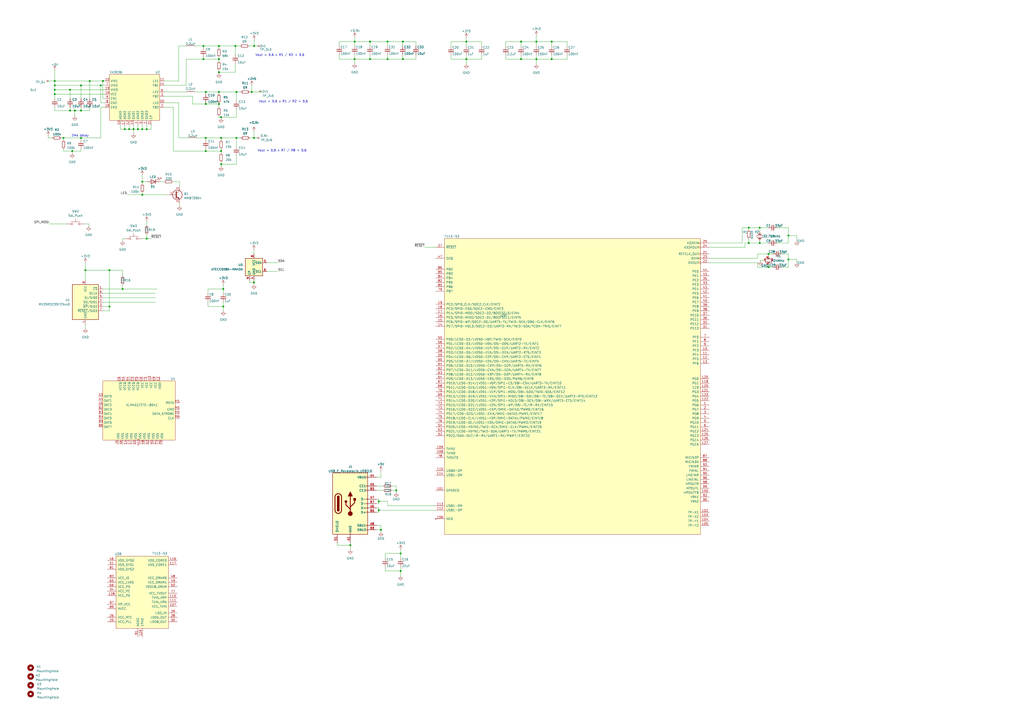
<source format=kicad_sch>
(kicad_sch (version 20231120) (generator "eeschema") (generator_version "8.0")
  (paper "A2")
  (junction (at 119.38 80.01))
  (junction (at 311.15 24.13))
  (junction (at 457.327 150.495))
  (junction (at 119.38 87.63))
  (junction (at 40.64 64.135))
  (junction (at 127 26.67))
  (junction (at 127 60.325))
  (junction (at 434.34 140.97))
  (junction (at 270.51 24.13))
  (junction (at 445.77 154.94))
  (junction (at 205.74 24.13))
  (junction (at 63.5 156.718))
  (junction (at 219.71 290.83))
  (junction (at 445.77 147.32))
  (junction (at 82.55 105.41))
  (junction (at 320.04 24.13))
  (junction (at 80.01 74.93))
  (junction (at 136.525 26.67))
  (junction (at 457.327 136.652))
  (junction (at 232.41 331.216))
  (junction (at 270.51 34.29))
  (junction (at 119.38 60.325))
  (junction (at 128.27 95.25))
  (junction (at 127 53.34))
  (junction (at 311.15 34.29))
  (junction (at 74.93 74.93))
  (junction (at 320.04 34.29))
  (junction (at 434.34 132.08))
  (junction (at 224.79 24.13))
  (junction (at 127 41.91))
  (junction (at 214.63 24.13))
  (junction (at 127 34.29))
  (junction (at 46.99 64.135))
  (junction (at 224.79 34.29))
  (junction (at 129.54 177.8))
  (junction (at 41.91 87.63))
  (junction (at 119.38 53.34))
  (junction (at 52.07 46.99))
  (junction (at 77.47 74.93))
  (junction (at 82.55 74.93))
  (junction (at 72.39 74.93))
  (junction (at 205.74 34.29))
  (junction (at 36.83 80.01))
  (junction (at 59.69 46.99))
  (junction (at 71.12 167.64))
  (junction (at 440.69 132.08))
  (junction (at 82.55 113.03))
  (junction (at 31.75 46.99))
  (junction (at 85.09 138.43))
  (junction (at 46.99 80.01))
  (junction (at 219.71 295.91))
  (junction (at 129.54 167.64))
  (junction (at 137.16 53.34))
  (junction (at 49.53 156.718))
  (junction (at 147.32 163.83))
  (junction (at 128.27 80.01))
  (junction (at 302.26 34.29))
  (junction (at 214.63 34.29))
  (junction (at 117.983 26.67))
  (junction (at 147.32 80.01))
  (junction (at 147.447 26.67))
  (junction (at 117.983 34.29))
  (junction (at 128.27 87.63))
  (junction (at 31.75 49.53))
  (junction (at 63.5 177.8))
  (junction (at 137.16 80.01))
  (junction (at 440.69 140.97))
  (junction (at 31.75 52.07))
  (junction (at 233.68 34.29))
  (junction (at 302.26 24.13))
  (junction (at 203.2 316.23))
  (junction (at 232.41 321.056))
  (junction (at 31.75 54.61))
  (junction (at 40.64 52.07))
  (junction (at 128.27 67.945))
  (junction (at 233.68 24.13))
  (junction (at 43.434 64.135))
  (junction (at 229.87 284.48))
  (junction (at 46.99 49.53))
  (junction (at 58.42 49.53))
  (junction (at 85.09 74.93))
  (junction (at 220.98 307.34))
  (junction (at 146.05 53.34))
  (no_connect (at 448.31 151.13))
  (wire (pts (xy 31.75 54.61) (xy 31.75 57.15)))
  (wire (pts (xy 232.41 321.056) (xy 232.41 323.85)))
  (wire (pts (xy 63.5 177.8) (xy 63.5 180.34)))
  (wire (pts (xy 232.41 331.216) (xy 232.41 334.01)))
  (wire (pts (xy 218.44 292.1) (xy 219.71 292.1)))
  (wire (pts (xy 439.42 152.4) (xy 439.42 154.94)))
  (wire (pts (xy 320.04 24.13) (xy 328.93 24.13)))
  (wire (pts (xy 73.66 113.03) (xy 82.55 113.03)))
  (wire (pts (xy 137.16 63.5) (xy 137.16 67.945)))
  (wire (pts (xy 434.34 138.43) (xy 434.34 140.97)))
  (wire (pts (xy 69.85 74.93) (xy 72.39 74.93)))
  (wire (pts (xy 195.58 314.96) (xy 195.58 316.23)))
  (wire (pts (xy 136.525 26.67) (xy 127 26.67)))
  (wire (pts (xy 128.27 86.36) (xy 128.27 87.63)))
  (wire (pts (xy 127 40.64) (xy 127 41.91)))
  (wire (pts (xy 119.38 53.34) (xy 119.38 54.61)))
  (wire (pts (xy 224.79 24.13) (xy 233.68 24.13)))
  (wire (pts (xy 147.32 144.78) (xy 147.32 147.32)))
  (wire (pts (xy 128.27 81.28) (xy 128.27 80.01)))
  (wire (pts (xy 46.99 49.53) (xy 46.99 57.15)))
  (wire (pts (xy 41.91 87.63) (xy 41.91 88.9)))
  (wire (pts (xy 92.71 105.41) (xy 95.25 105.41)))
  (wire (pts (xy 46.99 80.01) (xy 36.83 80.01)))
  (wire (pts (xy 219.71 289.56) (xy 219.71 290.83)))
  (wire (pts (xy 46.99 81.28) (xy 46.99 80.01)))
  (wire (pts (xy 52.07 46.99) (xy 59.69 46.99)))
  (wire (pts (xy 31.75 62.23) (xy 31.75 64.135)))
  (wire (pts (xy 72.39 72.39) (xy 72.39 74.93)))
  (wire (pts (xy 457.327 132.08) (xy 457.327 136.652)))
  (wire (pts (xy 129.54 175.26) (xy 129.54 177.8)))
  (wire (pts (xy 31.75 54.61) (xy 60.96 54.61)))
  (wire (pts (xy 147.447 26.67) (xy 150.241 26.67)))
  (wire (pts (xy 222.25 284.48) (xy 218.44 284.48)))
  (wire (pts (xy 214.63 24.13) (xy 214.63 26.67)))
  (wire (pts (xy 445.77 147.32) (xy 448.31 147.32)))
  (wire (pts (xy 152.019 53.34) (xy 152.019 52.959)))
  (wire (pts (xy 82.55 74.93) (xy 85.09 74.93)))
  (wire (pts (xy 31.75 49.53) (xy 46.99 49.53)))
  (wire (pts (xy 203.2 318.77) (xy 203.2 316.23)))
  (wire (pts (xy 82.55 101.6) (xy 82.55 105.41)))
  (wire (pts (xy 77.47 72.39) (xy 77.47 74.93)))
  (wire (pts (xy 59.69 177.8) (xy 63.5 177.8)))
  (wire (pts (xy 127 34.29) (xy 127 35.56)))
  (wire (pts (xy 270.51 21.844) (xy 270.51 24.13)))
  (wire (pts (xy 74.93 72.39) (xy 74.93 74.93)))
  (wire (pts (xy 453.39 147.32) (xy 457.327 147.32)))
  (wire (pts (xy 71.12 138.43) (xy 71.12 139.7)))
  (wire (pts (xy 85.09 128.27) (xy 85.09 130.81)))
  (wire (pts (xy 233.68 24.13) (xy 233.68 26.67)))
  (wire (pts (xy 144.78 162.56) (xy 144.78 163.83)))
  (wire (pts (xy 441.071 151.13) (xy 441.071 151.511)))
  (wire (pts (xy 137.16 85.09) (xy 137.16 80.01)))
  (wire (pts (xy 127 67.31) (xy 127 67.945)))
  (wire (pts (xy 27.94 80.01) (xy 27.94 78.74)))
  (wire (pts (xy 129.54 177.8) (xy 129.54 180.34)))
  (wire (pts (xy 28.575 129.921) (xy 38.735 129.921)))
  (wire (pts (xy 100.584 87.63) (xy 119.38 87.63)))
  (wire (pts (xy 439.42 154.94) (xy 445.77 154.94)))
  (wire (pts (xy 58.42 62.23) (xy 58.42 80.01)))
  (wire (pts (xy 439.42 147.32) (xy 439.42 149.86)))
  (wire (pts (xy 60.96 49.53) (xy 58.42 49.53)))
  (wire (pts (xy 114.3 80.01) (xy 119.38 80.01)))
  (wire (pts (xy 119.38 60.325) (xy 119.38 59.69)))
  (wire (pts (xy 82.55 111.76) (xy 82.55 113.03)))
  (wire (pts (xy 127 54.61) (xy 127 53.34)))
  (wire (pts (xy 302.26 24.13) (xy 302.26 26.924)))
  (wire (pts (xy 58.42 49.53) (xy 46.99 49.53)))
  (wire (pts (xy 144.78 163.83) (xy 147.32 163.83)))
  (wire (pts (xy 58.42 80.01) (xy 46.99 80.01)))
  (wire (pts (xy 100.584 87.63) (xy 100.584 62.23)))
  (wire (pts (xy 214.63 34.29) (xy 224.79 34.29)))
  (wire (pts (xy 49.53 187.96) (xy 49.53 190.5)))
  (wire (pts (xy 439.42 149.86) (xy 411.48 149.86)))
  (wire (pts (xy 214.63 34.29) (xy 214.63 31.75)))
  (wire (pts (xy 40.64 64.135) (xy 43.434 64.135)))
  (wire (pts (xy 129.54 167.64) (xy 129.54 170.18)))
  (wire (pts (xy 220.98 304.8) (xy 218.44 304.8)))
  (wire (pts (xy 59.69 167.64) (xy 71.12 167.64)))
  (wire (pts (xy 137.16 67.945) (xy 128.27 67.945)))
  (wire (pts (xy 127 67.945) (xy 128.27 67.945)))
  (wire (pts (xy 146.05 53.34) (xy 152.019 53.34)))
  (wire (pts (xy 31.75 46.99) (xy 31.75 49.53)))
  (wire (pts (xy 127 41.91) (xy 127 42.545)))
  (wire (pts (xy 127 60.325) (xy 127 62.23)))
  (wire (pts (xy 293.37 24.13) (xy 302.26 24.13)))
  (wire (pts (xy 59.69 172.72) (xy 90.17 172.72)))
  (wire (pts (xy 328.93 32.004) (xy 328.93 34.29)))
  (wire (pts (xy 103.759 26.67) (xy 107.95 26.67)))
  (wire (pts (xy 137.16 53.34) (xy 137.16 58.42)))
  (wire (pts (xy 302.26 34.29) (xy 311.15 34.29)))
  (wire (pts (xy 30.48 80.01) (xy 27.94 80.01)))
  (wire (pts (xy 107.95 49.53) (xy 107.95 34.29)))
  (wire (pts (xy 31.75 52.07) (xy 40.64 52.07)))
  (wire (pts (xy 36.83 80.01) (xy 36.83 81.28)))
  (wire (pts (xy 302.26 24.13) (xy 311.15 24.13)))
  (wire (pts (xy 457.327 136.652) (xy 457.327 140.97)))
  (wire (pts (xy 136.525 26.67) (xy 139.319 26.67)))
  (wire (pts (xy 127 59.69) (xy 127 60.325)))
  (wire (pts (xy 104.14 105.41) (xy 104.14 107.95)))
  (wire (pts (xy 80.01 72.39) (xy 80.01 74.93)))
  (wire (pts (xy 220.98 276.86) (xy 220.98 273.05)))
  (wire (pts (xy 31.75 46.99) (xy 52.07 46.99)))
  (wire (pts (xy 146.05 49.53) (xy 146.05 53.34)))
  (wire (pts (xy 195.58 316.23) (xy 203.2 316.23)))
  (wire (pts (xy 71.12 156.718) (xy 63.5 156.718)))
  (wire (pts (xy 127 33.02) (xy 127 34.29)))
  (wire (pts (xy 128.27 67.945) (xy 128.27 68.58)))
  (wire (pts (xy 82.55 113.03) (xy 96.52 113.03)))
  (wire (pts (xy 311.15 24.13) (xy 320.04 24.13)))
  (wire (pts (xy 450.85 140.97) (xy 457.327 140.97)))
  (wire (pts (xy 224.79 293.37) (xy 224.79 290.83)))
  (wire (pts (xy 49.53 156.718) (xy 63.5 156.718)))
  (wire (pts (xy 152.019 52.959) (xy 150.876 52.959)))
  (wire (pts (xy 222.25 281.94) (xy 218.44 281.94)))
  (wire (pts (xy 439.42 147.32) (xy 445.77 147.32)))
  (wire (pts (xy 113.03 26.67) (xy 117.983 26.67)))
  (wire (pts (xy 440.69 132.08) (xy 445.77 132.08)))
  (wire (pts (xy 120.65 175.26) (xy 120.65 177.8)))
  (wire (pts (xy 111.76 60.325) (xy 119.38 60.325)))
  (wire (pts (xy 95.25 55.88) (xy 111.76 55.88)))
  (wire (pts (xy 270.51 32.004) (xy 270.51 34.29)))
  (wire (pts (xy 434.34 132.08) (xy 434.34 133.35)))
  (wire (pts (xy 229.87 281.94) (xy 229.87 284.48)))
  (wire (pts (xy 127 60.325) (xy 119.38 60.325)))
  (wire (pts (xy 59.69 57.15) (xy 59.69 46.99)))
  (wire (pts (xy 232.41 318.77) (xy 232.41 321.056)))
  (wire (pts (xy 60.96 59.69) (xy 58.42 59.69)))
  (wire (pts (xy 241.3 34.29) (xy 241.3 31.75)))
  (wire (pts (xy 107.95 34.29) (xy 117.983 34.29)))
  (wire (pts (xy 74.93 74.93) (xy 77.47 74.93)))
  (wire (pts (xy 320.04 32.004) (xy 320.04 34.29)))
  (wire (pts (xy 119.38 80.01) (xy 119.38 81.28)))
  (wire (pts (xy 261.62 32.004) (xy 261.62 34.29)))
  (wire (pts (xy 127 53.34) (xy 137.16 53.34)))
  (wire (pts (xy 31.75 64.135) (xy 40.64 64.135)))
  (wire (pts (xy 311.15 24.13) (xy 311.15 26.924)))
  (wire (pts (xy 71.12 165.1) (xy 71.12 167.64)))
  (wire (pts (xy 293.37 26.924) (xy 293.37 24.13)))
  (wire (pts (xy 48.895 129.921) (xy 51.435 129.921)))
  (wire (pts (xy 95.25 59.69) (xy 103.759 59.69)))
  (wire (pts (xy 35.56 80.01) (xy 36.83 80.01)))
  (wire (pts (xy 100.33 105.41) (xy 104.14 105.41)))
  (wire (pts (xy 31.75 40.64) (xy 31.75 46.99)))
  (wire (pts (xy 205.74 24.13) (xy 205.74 26.67)))
  (wire (pts (xy 430.53 140.97) (xy 430.53 132.08)))
  (wire (pts (xy 154.94 157.48) (xy 161.29 157.48)))
  (wire (pts (xy 82.55 105.41) (xy 82.55 106.68)))
  (wire (pts (xy 205.74 24.13) (xy 214.63 24.13)))
  (wire (pts (xy 144.78 53.34) (xy 146.05 53.34)))
  (wire (pts (xy 49.53 156.718) (xy 49.53 162.56)))
  (wire (pts (xy 95.25 53.34) (xy 107.95 53.34)))
  (wire (pts (xy 40.64 52.07) (xy 40.64 57.15)))
  (wire (pts (xy 59.69 180.34) (xy 63.5 180.34)))
  (wire (pts (xy 311.15 34.29) (xy 320.04 34.29)))
  (wire (pts (xy 443.23 151.13) (xy 441.071 151.13)))
  (wire (pts (xy 320.04 26.924) (xy 320.04 24.13)))
  (wire (pts (xy 127 26.67) (xy 117.983 26.67)))
  (wire (pts (xy 69.85 72.39) (xy 69.85 74.93)))
  (wire (pts (xy 136.525 31.75) (xy 136.525 26.67)))
  (wire (pts (xy 119.38 80.01) (xy 128.27 80.01)))
  (wire (pts (xy 462.28 136.652) (xy 462.28 139.7)))
  (wire (pts (xy 113.03 53.34) (xy 119.38 53.34)))
  (wire (pts (xy 432.181 140.97) (xy 434.34 140.97)))
  (wire (pts (xy 196.85 31.75) (xy 196.85 34.29)))
  (wire (pts (xy 203.2 314.96) (xy 203.2 316.23)))
  (wire (pts (xy 31.75 52.07) (xy 31.75 54.61)))
  (wire (pts (xy 450.85 132.08) (xy 457.327 132.08)))
  (wire (pts (xy 120.65 177.8) (xy 129.54 177.8)))
  (wire (pts (xy 119.38 53.34) (xy 127 53.34)))
  (wire (pts (xy 119.38 87.63) (xy 128.27 87.63)))
  (wire (pts (xy 120.65 170.18) (xy 120.65 167.64)))
  (wire (pts (xy 434.34 140.97) (xy 440.69 140.97)))
  (wire (pts (xy 218.44 307.34) (xy 220.98 307.34)))
  (wire (pts (xy 60.96 57.15) (xy 59.69 57.15)))
  (wire (pts (xy 82.55 138.43) (xy 85.09 138.43)))
  (wire (pts (xy 40.64 62.23) (xy 40.64 64.135)))
  (wire (pts (xy 218.44 276.86) (xy 220.98 276.86)))
  (wire (pts (xy 85.09 105.41) (xy 82.55 105.41)))
  (wire (pts (xy 311.15 20.574) (xy 311.15 24.13)))
  (wire (pts (xy 46.99 62.23) (xy 46.99 64.135)))
  (wire (pts (xy 128.27 93.98) (xy 128.27 95.25)))
  (wire (pts (xy 51.435 129.921) (xy 51.435 131.191)))
  (wire (pts (xy 72.39 138.43) (xy 71.12 138.43)))
  (wire (pts (xy 49.53 152.4) (xy 49.53 156.718)))
  (wire (pts (xy 223.52 331.216) (xy 232.41 331.216)))
  (wire (pts (xy 147.447 23.114) (xy 147.447 26.67)))
  (wire (pts (xy 111.76 55.88) (xy 111.76 60.325)))
  (wire (pts (xy 233.68 34.29) (xy 241.3 34.29)))
  (wire (pts (xy 120.65 167.64) (xy 129.54 167.64)))
  (wire (pts (xy 77.47 74.93) (xy 80.01 74.93)))
  (wire (pts (xy 63.5 156.718) (xy 63.5 177.8)))
  (wire (pts (xy 224.79 31.75) (xy 224.79 34.29)))
  (wire (pts (xy 117.983 26.67) (xy 117.983 27.94)))
  (wire (pts (xy 137.16 53.34) (xy 139.7 53.34)))
  (wire (pts (xy 205.74 34.29) (xy 214.63 34.29)))
  (wire (pts (xy 87.63 74.93) (xy 87.63 72.39)))
  (wire (pts (xy 311.15 34.29) (xy 311.15 37.084)))
  (wire (pts (xy 85.09 138.43) (xy 87.63 138.43)))
  (wire (pts (xy 440.69 139.7) (xy 440.69 140.97)))
  (wire (pts (xy 136.525 36.83) (xy 136.525 41.91)))
  (wire (pts (xy 196.85 34.29) (xy 205.74 34.29)))
  (wire (pts (xy 445.77 147.32) (xy 445.77 148.59)))
  (wire (pts (xy 117.983 34.29) (xy 127 34.29)))
  (wire (pts (xy 227.33 284.48) (xy 229.87 284.48)))
  (wire (pts (xy 205.74 31.75) (xy 205.74 34.29)))
  (wire (pts (xy 95.25 49.53) (xy 107.95 49.53)))
  (wire (pts (xy 82.55 72.39) (xy 82.55 74.93)))
  (wire (pts (xy 147.447 26.67) (xy 144.399 26.67)))
  (wire (pts (xy 196.85 24.13) (xy 205.74 24.13)))
  (wire (pts (xy 137.16 90.17) (xy 137.16 95.25)))
  (wire (pts (xy 137.16 80.01) (xy 139.7 80.01)))
  (wire (pts (xy 36.83 87.63) (xy 41.91 87.63)))
  (wire (pts (xy 59.69 175.26) (xy 90.17 175.26)))
  (wire (pts (xy 224.79 24.13) (xy 224.79 26.67)))
  (wire (pts (xy 462.28 152.4) (xy 462.28 150.495)))
  (wire (pts (xy 462.28 150.495) (xy 457.327 150.495)))
  (wire (pts (xy 233.68 24.13) (xy 241.3 24.13)))
  (wire (pts (xy 434.34 132.08) (xy 440.69 132.08)))
  (wire (pts (xy 219.71 295.91) (xy 252.73 295.91)))
  (wire (pts (xy 147.32 163.83) (xy 147.32 165.1)))
  (wire (pts (xy 71.12 160.02) (xy 71.12 156.718)))
  (wire (pts (xy 246.38 143.51) (xy 252.73 143.51)))
  (wire (pts (xy 144.78 80.01) (xy 147.32 80.01)))
  (wire (pts (xy 43.434 64.135) (xy 46.99 64.135)))
  (wire (pts (xy 293.37 32.004) (xy 293.37 34.29)))
  (wire (pts (xy 43.434 64.135) (xy 43.434 67.31)))
  (wire (pts (xy 328.93 24.13) (xy 328.93 26.924)))
  (wire (pts (xy 227.33 281.94) (xy 229.87 281.94)))
  (wire (pts (xy 457.327 154.94) (xy 453.39 154.94)))
  (wire (pts (xy 58.42 59.69) (xy 58.42 49.53)))
  (wire (pts (xy 205.74 34.29) (xy 205.74 36.83)))
  (wire (pts (xy 85.09 74.93) (xy 87.63 74.93)))
  (wire (pts (xy 261.62 26.924) (xy 261.62 24.13)))
  (wire (pts (xy 137.16 95.25) (xy 128.27 95.25)))
  (wire (pts (xy 85.09 72.39) (xy 85.09 74.93)))
  (wire (pts (xy 224.79 34.29) (xy 233.68 34.29)))
  (wire (pts (xy 270.51 24.13) (xy 279.4 24.13)))
  (wire (pts (xy 302.26 32.004) (xy 302.26 34.29)))
  (wire (pts (xy 293.37 34.29) (xy 302.26 34.29)))
  (wire (pts (xy 36.83 86.36) (xy 36.83 87.63)))
  (wire (pts (xy 40.64 52.07) (xy 60.96 52.07)))
  (wire (pts (xy 46.99 87.63) (xy 46.99 86.36)))
  (wire (pts (xy 147.32 80.01) (xy 149.86 80.01)))
  (wire (pts (xy 457.327 136.652) (xy 462.28 136.652)))
  (wire (pts (xy 27.559 46.99) (xy 31.75 46.99)))
  (wire (pts (xy 214.63 24.13) (xy 224.79 24.13)))
  (wire (pts (xy 219.71 294.64) (xy 219.71 295.91)))
  (wire (pts (xy 59.69 170.18) (xy 90.17 170.18)))
  (wire (pts (xy 103.759 26.67) (xy 103.759 46.99)))
  (wire (pts (xy 220.98 308.61) (xy 220.98 307.34)))
  (wire (pts (xy 60.96 62.23) (xy 58.42 62.23)))
  (wire (pts (xy 137.16 80.01) (xy 128.27 80.01)))
  (wire (pts (xy 80.01 74.93) (xy 82.55 74.93)))
  (wire (pts (xy 411.48 143.51) (xy 432.181 143.51)))
  (wire (pts (xy 223.52 328.93) (xy 223.52 331.216)))
  (wire (pts (xy 218.44 294.64) (xy 219.71 294.64)))
  (wire (pts (xy 196.85 26.67) (xy 196.85 24.13)))
  (wire (pts (xy 117.983 33.02) (xy 117.983 34.29)))
  (wire (pts (xy 233.68 34.29) (xy 233.68 31.75)))
  (wire (pts (xy 440.69 132.08) (xy 440.69 134.62)))
  (wire (pts (xy 100.584 62.23) (xy 95.25 62.23)))
  (wire (pts (xy 457.327 150.495) (xy 457.327 154.94)))
  (wire (pts (xy 136.525 41.91) (xy 127 41.91)))
  (wire (pts (xy 128.27 95.25) (xy 128.27 96.52)))
  (wire (pts (xy 457.327 147.32) (xy 457.327 150.495)))
  (wire (pts (xy 147.32 76.2) (xy 147.32 80.01)))
  (wire (pts (xy 311.15 34.29) (xy 311.15 32.004)))
  (wire (pts (xy 52.07 64.135) (xy 52.07 62.23)))
  (wire (pts (xy 46.99 64.135) (xy 52.07 64.135)))
  (wire (pts (xy 59.69 46.99) (xy 60.96 46.99)))
  (wire (pts (xy 71.12 167.64) (xy 91.186 167.64)))
  (wire (pts (xy 430.53 132.08) (xy 434.34 132.08)))
  (wire (pts (xy 85.09 135.89) (xy 85.09 138.43)))
  (wire (pts (xy 52.07 46.99) (xy 52.07 57.15)))
  (wire (pts (xy 104.14 118.11) (xy 104.14 119.38)))
  (wire (pts (xy 218.44 297.18) (xy 219.71 297.18)))
  (wire (pts (xy 232.41 328.93) (xy 232.41 331.216)))
  (wire (pts (xy 103.759 59.69) (xy 103.759 80.01)))
  (wire (pts (xy 261.62 24.13) (xy 270.51 24.13)))
  (wire (pts (xy 432.181 143.51) (xy 432.181 140.97)))
  (wire (pts (xy 411.48 152.4) (xy 439.42 152.4)))
  (wire (pts (xy 223.52 321.056) (xy 232.41 321.056)))
  (wire (pts (xy 103.759 80.01) (xy 109.22 80.01)))
  (wire (pts (xy 445.77 154.94) (xy 448.31 154.94)))
  (wire (pts (xy 128.27 87.63) (xy 128.27 88.9)))
  (wire (pts (xy 219.71 295.91) (xy 219.71 297.18)))
  (wire (pts (xy 220.98 304.8) (xy 220.98 307.34)))
  (wire (pts (xy 279.4 34.29) (xy 279.4 32.004)))
  (wire (pts (xy 219.71 290.83) (xy 219.71 292.1)))
  (wire (pts (xy 103.759 46.99) (xy 95.25 46.99)))
  (wire (pts (xy 41.91 87.63) (xy 46.99 87.63)))
  (wire (pts (xy 270.51 34.29) (xy 270.51 37.084)))
  (wire (pts (xy 72.39 74.93) (xy 74.93 74.93)))
  (wire (pts (xy 279.4 24.13) (xy 279.4 26.924)))
  (wire (pts (xy 205.74 21.59) (xy 205.74 24.13)))
  (wire (pts (xy 147.32 162.56) (xy 147.32 163.83)))
  (wire (pts (xy 252.73 293.37) (xy 224.79 293.37)))
  (wire (pts (xy 31.75 49.53) (xy 31.75 52.07)))
  (wire (pts (xy 218.44 289.56) (xy 219.71 289.56)))
  (wire (pts (xy 223.52 323.85) (xy 223.52 321.056)))
  (wire (pts (xy 241.3 24.13) (xy 241.3 26.67)))
  (wire (pts (xy 154.94 152.4) (xy 161.29 152.4)))
  (wire (pts (xy 445.77 140.97) (xy 440.69 140.97)))
  (wire (pts (xy 129.54 165.1) (xy 129.54 167.64)))
  (wire (pts (xy 270.51 24.13) (xy 270.51 26.924)))
  (wire (pts (xy 445.77 153.67) (xy 445.77 154.94)))
  (wire (pts (xy 411.48 140.97) (xy 430.53 140.97)))
  (wire (pts (xy 229.87 285.75) (xy 229.87 284.48)))
  (wire (pts (xy 224.79 290.83) (xy 219.71 290.83)))
  (wire (pts (xy 270.51 34.29) (xy 279.4 34.29)))
  (wire (pts (xy 77.47 74.93) (xy 77.47 77.47)))
  (wire (pts (xy 127 27.94) (xy 127 26.67)))
  (wire (pts (xy 119.38 87.63) (xy 119.38 86.36)))
  (wire (pts (xy 320.04 34.29) (xy 328.93 34.29)))
  (wire (pts (xy 261.62 34.29) (xy 270.51 34.29)))
  (text "Vout = 0.6 x R7 / R8 + 0.6" (at 149.352 88.138 0) (effects (font (size 1.27 1.27)) (justify left bottom)))
  (text "2ms delay" (at 41.402 79.502 0) (effects (font (size 1.27 1.27)) (justify left bottom)))
  (text "Vout = 0.6 x R1 / R2 + 0.6" (at 150.114 59.69 0) (effects (font (size 1.27 1.27)) (justify left bottom)))
  (text "Vout = 0.6 x R1 / R2 + 0.6" (at 148.082 32.766 0) (effects (font (size 1.27 1.27)) (justify left bottom)))
  (label "SCL" (at 161.29 157.48 0))
  (label "SPI_MOSI" (at 28.575 129.921 180))
  (label "SDA" (at 161.29 152.4 0))
  (label "LED" (at 73.66 113.03 180))
  (label "~{RESET}" (at 87.63 138.43 0))
  (label "~{RESET}" (at 246.38 143.51 180))
  (symbol (lib_id "Device:R_Small") (at 128.27 91.44 0) (unit 1)
    (property "Reference" "R8" (at 130.81 90.1699 0) (effects (justify left)))
    (property "Value" "20k" (at 130.81 92.7099 0) (effects (justify left)))
    (property "Footprint" "Resistor_SMD:R_0402_1005Metric" (effects (hide yes)))
  )
  (symbol (lib_id "Device:R_Small") (at 128.27 83.82 0) (unit 1)
    (property "Reference" "R7" (at 130.81 82.5499 0) (effects (justify left)))
    (property "Value" "10k" (at 130.81 85.0899 0) (effects (justify left)))
    (property "Footprint" "Resistor_SMD:R_0402_1005Metric" (effects (hide yes)))
  )
  (symbol (lib_id "Device:L_Small") (at 111.76 80.01 90) (unit 1)
    (property "Reference" "L3" (at 111.76 76.2 90))
    (property "Value" "2.2uH" (at 111.76 78.74 90))
    (property "Footprint" "Inductor_SMD:L_0805_2012Metric" (effects (hide yes)))
    (property "LCSC" "C1043" (effects (hide yes)))
  )
  (symbol (lib_id "power:GND") (at 270.51 37.084 0) (unit 1)
    (property "Reference" "#PWR033" (effects (hide yes)))
    (property "Value" "GND" (at 270.51 42.164 0))
  )
  (symbol (lib_id "power:+3V3") (at 49.53 152.4 0) (unit 1)
    (property "Reference" "#PWR029" (effects (hide yes)))
    (property "Value" "+3V3" (at 49.53 148.59 0))
  )
  (symbol (lib_id "power:GND") (at 49.53 190.5 0) (unit 1)
    (property "Reference" "#PWR030" (effects (hide yes)))
    (property "Value" "GND" (at 49.53 195.58 0))
  )
  (symbol (lib_id "Device:C_Small") (at 233.68 29.21 0) (unit 1)
    (property "Reference" "C32" (at 234.315 27.305 0) (effects (justify left)))
    (property "Value" "100nF" (at 234.315 31.115 0) (effects (justify left)))
    (property "Footprint" "Capacitor_SMD:C_0402_1005Metric" (effects (hide yes)))
    (property "LCSC" "C307331" (effects (hide yes)))
  )
  (symbol (lib_id "Switch:SW_Push") (at 77.47 138.43 0) (unit 1)
    (property "Reference" "SW3" (at 77.47 131.064 0))
    (property "Value" "SW_Push" (at 77.47 133.604 0))
    (property "Footprint" "Button_Switch_SMD:SW_Push_1P1T_XKB_TS-1187A" (effects (hide yes)))
    (property "LCSC" "C318884" (effects (hide yes)))
  )
  (symbol (lib_id "Device:C_Small") (at 293.37 29.464 0) (unit 1)
    (property "Reference" "C23" (at 294.005 27.559 0) (effects (justify left)))
    (property "Value" "2.2uF" (at 294.005 31.369 0) (effects (justify left)))
    (property "Footprint" "Capacitor_SMD:C_0402_1005Metric" (effects (hide yes)))
    (property "LCSC" "C12530" (effects (hide yes)))
  )
  (symbol (lib_id "power:GND") (at 129.54 180.34 0) (unit 1)
    (property "Reference" "#PWR010" (effects (hide yes)))
    (property "Value" "GND" (at 129.54 185.42 0))
  )
  (symbol (lib_id "Device:C_Small") (at 450.85 147.32 90) (unit 1)
    (property "Reference" "C28" (at 449.707 146.05 90) (effects (justify left)))
    (property "Value" "33pF" (at 456.819 146.05 90) (effects (justify left)))
    (property "Footprint" "Capacitor_SMD:C_0402_1005Metric" (effects (hide yes)))
    (property "LCSC" "C1562" (effects (hide yes)))
  )
  (symbol (lib_id "power:GND") (at 229.87 285.75 0) (unit 1)
    (property "Reference" "#PWR038" (effects (hide yes)))
    (property "Value" "GND" (at 229.87 289.56 0))
  )
  (symbol (lib_id "Device:C_Small") (at 119.38 83.82 0) (unit 1)
    (property "Reference" "C11" (at 120.65 81.915 0) (effects (justify left)))
    (property "Value" "100nF" (at 120.65 85.725 0) (effects (justify left)))
    (property "Footprint" "Capacitor_SMD:C_0402_1005Metric" (effects (hide yes)))
    (property "LCSC" "C307331" (effects (hide yes)))
  )
  (symbol (lib_id "power:GND") (at 147.32 165.1 0) (unit 1)
    (property "Reference" "#PWR07" (effects (hide yes)))
    (property "Value" "GND" (at 147.32 170.18 0))
  )
  (symbol (lib_id "Device:R_Small") (at 434.34 135.89 0) (unit 1)
    (property "Reference" "R1" (at 430.911 134.62 0) (effects (justify left)))
    (property "Value" "640K" (at 436.1434 138.557 90) (effects (justify left)))
    (property "Footprint" "Resistor_SMD:R_0402_1005Metric" (effects (hide yes)))
    (property "LCSC" "C25756" (effects (hide yes)))
  )
  (symbol (lib_id "Connector:TestPoint_Small") (at 27.559 46.99 0) (unit 1)
    (property "Reference" "5v1" (at 17.526 52.197 0) (effects (justify left)))
    (property "Value" "TP_5v" (at 20.574 47.625 0) (effects (justify left)))
    (property "Footprint" "TestPoint:TestPoint_Pad_D1.0mm" (effects (hide yes)))
  )
  (symbol (lib_id "power:GND") (at 71.12 139.7 0) (unit 1)
    (property "Reference" "#PWR037" (effects (hide yes)))
    (property "Value" "GND" (at 71.12 144.78 0))
  )
  (symbol (lib_id "power:GND") (at 462.28 152.4 0) (unit 1)
    (property "Reference" "#PWR049" (effects (hide yes)))
    (property "Value" "GND" (at 464.566 152.4 0))
  )
  (symbol (lib_id "Device:R_Small") (at 127 57.15 0) (unit 1)
    (property "Reference" "R5" (at 129.54 56.515 0) (effects (justify left)))
    (property "Value" "47k" (at 129.54 59.055 0) (effects (justify left)))
    (property "Footprint" "Resistor_SMD:R_0402_1005Metric" (effects (hide yes)))
    (property "LCSC" "C25792" (effects (hide yes)))
  )
  (symbol (lib_id "power:GND") (at 203.2 318.77 0) (unit 1)
    (property "Reference" "#PWR031" (effects (hide yes)))
    (property "Value" "GND" (at 203.2 323.85 0))
  )
  (symbol (lib_id "Device:R_Small") (at 224.79 281.94 90) (unit 1)
    (property "Reference" "R17" (at 225.044 280.416 90))
    (property "Value" "10k" (at 225.044 281.94 90))
    (property "Footprint" "Resistor_SMD:R_0402_1005Metric" (effects (hide yes)))
    (property "LCSC" "C25744" (effects (hide yes)))
  )
  (symbol (lib_id "power:GND") (at 43.434 67.31 0) (unit 1)
    (property "Reference" "#PWR04" (effects (hide yes)))
    (property "Value" "GND" (at 43.434 72.39 0))
  )
  (symbol (lib_id "power:+3V3") (at 311.15 20.574 0) (unit 1)
    (property "Reference" "#PWR041" (effects (hide yes)))
    (property "Value" "+3V3" (at 311.15 16.764 0))
  )
  (symbol (lib_id "Device:C_Small") (at 136.525 34.29 0) (unit 1)
    (property "Reference" "C12" (at 137.795 32.385 0) (effects (justify left)))
    (property "Value" "10uF" (at 137.795 36.195 0) (effects (justify left)))
    (property "Footprint" "Capacitor_SMD:C_0402_1005Metric" (effects (hide yes)))
    (property "LCSC" "C15525" (effects (hide yes)))
  )
  (symbol (lib_id "Device:R_Small") (at 97.79 105.41 270) (mirror x) (unit 1)
    (property "Reference" "R15" (at 97.79 101.092 90))
    (property "Value" "330" (at 97.79 103.632 90))
    (property "Footprint" "Resistor_SMD:R_0402_1005Metric" (effects (hide yes)))
    (property "LCSC" "C25104" (effects (hide yes)))
  )
  (symbol (lib_id "Connector:TestPoint_Small") (at 149.86 80.01 0) (unit 1)
    (property "Reference" "0.9v" (at 151.13 78.7399 0) (effects (justify left)))
    (property "Value" "TP_0v9" (at 151.13 81.2799 0) (effects (justify left)))
    (property "Footprint" "TestPoint:TestPoint_Pad_D1.0mm" (effects (hide yes)))
  )
  (symbol (lib_id "power:+3V3") (at 27.94 78.74 0) (unit 1)
    (property "Reference" "#PWR02" (effects (hide yes)))
    (property "Value" "+3V3" (at 27.94 74.93 0))
  )
  (symbol (lib_id "power:GND") (at 441.071 151.511 0) (unit 1)
    (property "Reference" "#PWR045" (effects (hide yes)))
    (property "Value" "GND" (at 443.611 154.051 0))
  )
  (symbol (lib_id "Device:C_Small") (at 279.4 29.464 0) (unit 1)
    (property "Reference" "C22" (at 280.035 27.559 0) (effects (justify left)))
    (property "Value" "1uF" (at 280.035 31.369 0) (effects (justify left)))
    (property "Footprint" "Capacitor_SMD:C_0402_1005Metric" (effects (hide yes)))
    (property "LCSC" "C52923" (effects (hide yes)))
  )
  (symbol (lib_id "power:GND") (at 220.98 308.61 0) (unit 1)
    (property "Reference" "#PWR035" (effects (hide yes)))
    (property "Value" "GND" (at 220.98 312.42 0))
  )
  (symbol (lib_id "Device:R_Small") (at 82.55 109.22 0) (mirror x) (unit 1)
    (property "Reference" "R14" (at 80.772 108.585 0) (effects (justify right)))
    (property "Value" "100k" (at 80.772 111.125 0) (effects (justify right)))
    (property "Footprint" "Resistor_SMD:R_0402_1005Metric" (effects (hide yes)))
    (property "LCSC" "C25741" (effects (hide yes)))
  )
  (symbol (lib_id "Device:C_Small") (at 450.85 154.94 90) (unit 1)
    (property "Reference" "C29" (at 449.961 153.797 90) (effects (justify left)))
    (property "Value" "33pF" (at 456.565 153.797 90) (effects (justify left)))
    (property "Footprint" "Capacitor_SMD:C_0402_1005Metric" (effects (hide yes)))
    (property "LCSC" "C1562" (effects (hide yes)))
  )
  (symbol (lib_id "power:+3V3") (at 232.41 318.77 0) (unit 1)
    (property "Reference" "#PWR023" (effects (hide yes)))
    (property "Value" "+3V3" (at 232.41 314.96 0))
  )
  (symbol (lib_id "Switch:SW_Push") (at 43.815 129.921 0) (unit 1)
    (property "Reference" "SW2" (at 43.815 122.555 0))
    (property "Value" "SW_Push" (at 43.815 125.095 0))
    (property "Footprint" "Button_Switch_SMD:SW_Push_1P1T_XKB_TS-1187A" (effects (hide yes)))
    (property "LCSC" "C318884" (effects (hide yes)))
  )
  (symbol (lib_id "power:GND") (at 232.41 334.01 0) (unit 1)
    (property "Reference" "#PWR024" (effects (hide yes)))
    (property "Value" "GND" (at 232.41 339.09 0))
  )
  (symbol (lib_id "Device:R_Small") (at 33.02 80.01 270) (mirror x) (unit 1)
    (property "Reference" "R2" (at 33.02 75.3364 90))
    (property "Value" "100k" (at 33.02 77.8764 90))
    (property "Footprint" "Resistor_SMD:R_0402_1005Metric" (effects (hide yes)))
    (property "LCSC" "C25741" (effects (hide yes)))
  )
  (symbol (lib_id "Device:R_Small") (at 36.83 83.82 0) (mirror y) (unit 1)
    (property "Reference" "R9" (at 38.7604 83.185 0) (effects (justify right)))
    (property "Value" "150k" (at 38.7604 85.725 0) (effects (justify right)))
    (property "Footprint" "Resistor_SMD:R_0402_1005Metric" (effects (hide yes)))
  )
  (symbol (lib_id "Memory_Flash:MX25R3235FZNxx0") (at 49.53 175.26 0) (mirror y) (unit 1)
    (property "Reference" "U1" (at 40.64 173.9899 0) (effects (justify left)))
    (property "Value" "MX25R3235FZNxx0" (at 40.64 176.5299 0) (effects (justify left)))
    (property "Footprint" "Package_SON:WSON-8-1EP_6x5mm_P1.27mm_EP3.4x4mm" (effects (hide yes)))
    (property "Datasheet" "http://www.macronix.com/Lists/Datasheet/Attachments/7534/MX25R3235F,%20Wide%20Range,%2032Mb,%20v1.6.pdf" (effects (hide yes)))
    (property "Description" "32-Mbit, Wide Range Voltage SPI Serial Flash Memory, WSON-8" (effects (hide yes)))
    (property "LCSC" "C88868" (effects (hide yes)))
  )
  (symbol (lib_id "Mechanical:MountingHole") (at 17.78 392.43 0) (unit 1)
    (property "Reference" "H2" (at 20.574 391.795 0) (effects (justify left)))
    (property "Value" "MountingHole" (at 20.574 394.335 0) (effects (justify left)))
    (property "Footprint" "MountingHole:MountingHole_2.7mm_M2.5" (effects (hide yes)))
  )
  (symbol (lib_id "Device:L_Small") (at 110.49 26.67 90) (unit 1)
    (property "Reference" "L1" (at 110.49 22.86 90))
    (property "Value" "2.2uH" (at 110.49 25.4 90))
    (property "Footprint" "Inductor_SMD:L_0805_2012Metric" (effects (hide yes)))
    (property "LCSC" "C1043" (effects (hide yes)))
  )
  (symbol (lib_id "Device:C_Small") (at 52.07 59.69 0) (unit 1)
    (property "Reference" "C5" (at 53.34 57.785 0) (effects (justify left)))
    (property "Value" "10uF" (at 53.34 61.595 0) (effects (justify left)))
    (property "Footprint" "Capacitor_SMD:C_0402_1005Metric" (effects (hide yes)))
    (property "LCSC" "C15525" (effects (hide yes)))
  )
  (symbol (lib_id "power:GND") (at 311.15 37.084 0) (unit 1)
    (property "Reference" "#PWR042" (effects (hide yes)))
    (property "Value" "GND" (at 311.15 42.164 0))
  )
  (symbol (lib_id "Device:C_Small") (at 31.75 59.69 0) (unit 1)
    (property "Reference" "C2" (at 33.02 57.785 0) (effects (justify left)))
    (property "Value" "10uF" (at 33.02 61.595 0) (effects (justify left)))
    (property "Footprint" "Capacitor_SMD:C_0402_1005Metric" (effects (hide yes)))
    (property "LCSC" "C15525" (effects (hide yes)))
  )
  (symbol (lib_id "Device:C_Small") (at 205.74 29.21 0) (unit 1)
    (property "Reference" "C18" (at 206.375 27.305 0) (effects (justify left)))
    (property "Value" "100nF" (at 206.375 31.115 0) (effects (justify left)))
    (property "Footprint" "Capacitor_SMD:C_0402_1005Metric" (effects (hide yes)))
    (property "LCSC" "C307331" (effects (hide yes)))
  )
  (symbol (lib_id "Device:C_Small") (at 40.64 59.69 0) (unit 1)
    (property "Reference" "C3" (at 41.91 57.785 0) (effects (justify left)))
    (property "Value" "10uF" (at 41.91 61.595 0) (effects (justify left)))
    (property "Footprint" "Capacitor_SMD:C_0402_1005Metric" (effects (hide yes)))
    (property "LCSC" "C15525" (effects (hide yes)))
  )
  (symbol (lib_id "Device:L_Small") (at 110.49 53.34 90) (unit 1)
    (property "Reference" "L2" (at 110.49 48.895 90))
    (property "Value" "2.2uH" (at 110.49 51.435 90))
    (property "Footprint" "Inductor_SMD:L_0805_2012Metric" (effects (hide yes)))
    (property "LCSC" "C1043" (effects (hide yes)))
  )
  (symbol (lib_id "Mechanical:MountingHole") (at 17.78 402.59 0) (unit 1)
    (property "Reference" "H4" (at 21.336 401.955 0) (effects (justify left)))
    (property "Value" "MountingHole" (at 21.336 404.495 0) (effects (justify left)))
    (property "Footprint" "MountingHole:MountingHole_2.7mm_M2.5" (effects (hide yes)))
  )
  (symbol (lib_id "power:+3V3") (at 147.32 144.78 0) (unit 1)
    (property "Reference" "#PWR06" (effects (hide yes)))
    (property "Value" "+3V3" (at 147.32 140.97 0))
  )
  (symbol (lib_id "Device:R_Small") (at 141.859 26.67 90) (unit 1)
    (property "Reference" "R12" (at 141.859 21.59 90))
    (property "Value" "0R" (at 141.859 24.13 90))
    (property "Footprint" "Resistor_SMD:R_0402_1005Metric" (effects (hide yes)))
    (property "LCSC" "C17168" (effects (hide yes)))
  )
  (symbol (lib_id "Device:C_Small") (at 448.31 140.97 90) (unit 1)
    (property "Reference" "C6" (at 447.167 139.7 90) (effects (justify left)))
    (property "Value" "33pF" (at 454.279 139.7 90) (effects (justify left)))
    (property "Footprint" "Capacitor_SMD:C_0402_1005Metric" (effects (hide yes)))
    (property "LCSC" "C1562" (effects (hide yes)))
  )
  (symbol (lib_name "T113-S3_1") (lib_id "t113-s3:T113-S3") (at 306.07 198.12 0) (unit 1)
    (property "Reference" "U3" (at 292.1 182.88 0))
    (property "Value" "T113-S3" (at 262.128 137.16 0))
    (property "Footprint" "imliubo-nightly:QFN-88_EP_10x10_Pitch0.4mm" (effects (hide yes)))
    (property "LCSC" "C5197687" (effects (hide yes)))
  )
  (symbol (lib_id "Device:C_Small") (at 117.983 30.48 0) (unit 1)
    (property "Reference" "C9" (at 119.253 28.575 0) (effects (justify left)))
    (property "Value" "100nF" (at 119.253 32.385 0) (effects (justify left)))
    (property "Footprint" "Capacitor_SMD:C_0402_1005Metric" (effects (hide yes)))
    (property "LCSC" "C307331" (effects (hide yes)))
  )
  (symbol (lib_id "Mechanical:MountingHole") (at 17.78 397.51 0) (unit 1)
    (property "Reference" "H3" (at 21.336 396.875 0) (effects (justify left)))
    (property "Value" "MountingHole" (at 21.336 399.415 0) (effects (justify left)))
    (property "Footprint" "MountingHole:MountingHole_2.7mm_M2.5" (effects (hide yes)))
  )
  (symbol (lib_id "Device:Crystal_GND24_Small") (at 445.77 151.13 90) (unit 1)
    (property "Reference" "Y1" (at 451.866 148.6917 90))
    (property "Value" "24MHz" (at 451.866 151.2317 90))
    (property "Footprint" "Crystal:Crystal_SMD_SeikoEpson_TSX3225-4Pin_3.2x2.5mm" (effects (hide yes)))
    (property "LCSC" "C15643" (effects (hide yes)))
  )
  (symbol (lib_id "Connector:USB_C_Receptacle_USB2.0") (at 203.2 292.1 0) (unit 1)
    (property "Reference" "J1" (at 203.2 270.764 0))
    (property "Value" "USB_C_Receptacle_USB2.0" (at 203.2 273.304 0))
    (property "Footprint" "Connector_USB:USB_C_Receptacle_GT-USB-7010" (effects (hide yes)))
    (property "Datasheet" "https://www.usb.org/sites/default/files/documents/usb_type-c.zip" (effects (hide yes)))
    (property "LCSC" "C963370" (effects (hide yes)))
  )
  (symbol (lib_id "Device:C_Small") (at 129.54 172.72 0) (unit 1)
    (property "Reference" "C30" (at 130.175 170.815 0) (effects (justify left)))
    (property "Value" "1uF" (at 130.175 174.625 0) (effects (justify left)))
    (property "Footprint" "Capacitor_SMD:C_0402_1005Metric" (effects (hide yes)))
    (property "LCSC" "C52923" (effects (hide yes)))
  )
  (symbol (lib_id "Device:C_Small") (at 270.51 29.464 0) (unit 1)
    (property "Reference" "C21" (at 271.145 27.559 0) (effects (justify left)))
    (property "Value" "1uF" (at 271.145 31.369 0) (effects (justify left)))
    (property "Footprint" "Capacitor_SMD:C_0402_1005Metric" (effects (hide yes)))
    (property "LCSC" "C52923" (effects (hide yes)))
  )
  (symbol (lib_id "power:GND") (at 462.28 139.7 0) (unit 1)
    (property "Reference" "#PWR01" (effects (hide yes)))
    (property "Value" "GND" (at 464.566 139.7 0))
  )
  (symbol (lib_id "Device:C_Small") (at 196.85 29.21 0) (unit 1)
    (property "Reference" "C17" (at 197.485 27.305 0) (effects (justify left)))
    (property "Value" "100nF" (at 197.485 31.115 0) (effects (justify left)))
    (property "Footprint" "Capacitor_SMD:C_0402_1005Metric" (effects (hide yes)))
    (property "LCSC" "C307331" (effects (hide yes)))
  )
  (symbol (lib_id "Device:LED") (at 88.9 105.41 180) (unit 1)
    (property "Reference" "D1" (at 88.646 108.204 0))
    (property "Value" "LED" (at 88.646 102.616 0))
    (property "Footprint" "LED_SMD:LED_0603_1608Metric" (effects (hide yes)))
    (property "LCSC" "C2290" (effects (hide yes)))
  )
  (symbol (lib_id "Device:C_Small") (at 328.93 29.464 0) (unit 1)
    (property "Reference" "C27" (at 329.565 27.559 0) (effects (justify left)))
    (property "Value" "100nF" (at 329.565 31.369 0) (effects (justify left)))
    (property "Footprint" "Capacitor_SMD:C_0402_1005Metric" (effects (hide yes)))
    (property "LCSC" "C307331" (effects (hide yes)))
  )
  (symbol (lib_id "Device:C_Small") (at 311.15 29.464 0) (unit 1)
    (property "Reference" "C25" (at 311.785 27.559 0) (effects (justify left)))
    (property "Value" "100nF" (at 311.785 31.369 0) (effects (justify left)))
    (property "Footprint" "Capacitor_SMD:C_0402_1005Metric" (effects (hide yes)))
    (property "LCSC" "C307331" (effects (hide yes)))
  )
  (symbol (lib_id "Device:Crystal_Small") (at 440.69 137.16 90) (unit 1)
    (property "Reference" "Y2" (at 437.8452 134.5946 90) (effects (justify right)))
    (property "Value" "32.768kHz" (at 442.468 137.033 90) (effects (justify right)))
  )
  (symbol (lib_id "EA3036:EA3036") (at 78.74 55.88 0) (unit 1)
    (property "Reference" "U2" (at 91.44 41.91 0))
    (property "Value" "EA3036" (at 67.31 41.91 0))
    (property "Footprint" "Package_DFN_QFN:QFN-20-1EP_3x3mm_P0.4mm_EP1.65x1.65mm" (effects (hide yes)))
    (property "LCSC" "C570857" (effects (hide yes)))
  )
  (symbol (lib_id "Connector:TestPoint_Small") (at 150.241 26.67 0) (unit 1)
    (property "Reference" "3v1" (at 150.749 26.67 0) (effects (justify left)))
    (property "Value" "TP_3v3" (at 150.749 28.702 0) (effects (justify left)))
    (property "Footprint" "TestPoint:TestPoint_Pad_D1.0mm" (effects (hide yes)))
  )
  (symbol (lib_id "power:GND") (at 77.47 77.47 0) (unit 1)
    (property "Reference" "#PWR09" (effects (hide yes)))
    (property "Value" "GND" (at 77.47 82.55 0))
  )
  (symbol (lib_id "power:GND") (at 41.91 88.9 0) (unit 1)
    (property "Reference" "#PWR05" (effects (hide yes)))
    (property "Value" "GND" (at 41.91 93.98 0))
  )
  (symbol (lib_id "power:GND") (at 128.27 68.58 0) (unit 1)
    (property "Reference" "#PWR014" (effects (hide yes)))
    (property "Value" "GND" (at 128.27 73.66 0))
  )
  (symbol (lib_id "Device:C_Small") (at 320.04 29.464 0) (unit 1)
    (property "Reference" "C26" (at 320.675 27.559 0) (effects (justify left)))
    (property "Value" "100nF" (at 320.675 31.369 0) (effects (justify left)))
    (property "Footprint" "Capacitor_SMD:C_0402_1005Metric" (effects (hide yes)))
    (property "LCSC" "C307331" (effects (hide yes)))
  )
  (symbol (lib_id "Device:R_Small") (at 71.12 162.56 0) (unit 1)
    (property "Reference" "R16" (at 71.882 162.56 0) (effects (justify left)))
    (property "Value" "10k" (at 71.12 164.338 90) (effects (justify left)))
    (property "Footprint" "Resistor_SMD:R_0402_1005Metric" (effects (hide yes)))
    (property "LCSC" "C25744" (effects (hide yes)))
  )
  (symbol (lib_id "power:+3V3") (at 85.09 128.27 0) (unit 1)
    (property "Reference" "#PWR039" (effects (hide yes)))
    (property "Value" "+3V3" (at 85.09 124.46 0))
  )
  (symbol (lib_id "power:+3V3") (at 129.54 165.1 0) (unit 1)
    (property "Reference" "#PWR08" (effects (hide yes)))
    (property "Value" "+3V3" (at 129.54 161.29 0))
  )
  (symbol (lib_id "eMMC:eMMC") (at 81.28 238.76 0) (unit 1)
    (property "Reference" "U4" (at 100.33 219.71 0))
    (property "Value" "KLM4G1FETE-B041" (at 82.296 234.95 0))
    (property "LCSC" "C500273" (effects (hide yes)))
  )
  (symbol (lib_id "power:+1V1") (at 147.32 76.2 0) (unit 1)
    (property "Reference" "#PWR021" (effects (hide yes)))
    (property "Value" "+0.9v" (at 147.32 71.12 0))
  )
  (symbol (lib_id "Device:C_Small") (at 46.99 83.82 0) (unit 1)
    (property "Reference" "C7" (at 48.26 81.915 0) (effects (justify left)))
    (property "Value" "100nF" (at 48.26 85.725 0) (effects (justify left)))
    (property "Footprint" "Capacitor_SMD:C_0402_1005Metric" (effects (hide yes)))
    (property "LCSC" "C307331" (effects (hide yes)))
  )
  (symbol (lib_id "power:GND") (at 51.435 131.191 0) (unit 1)
    (property "Reference" "#PWR011" (effects (hide yes)))
    (property "Value" "GND" (at 51.435 136.271 0))
  )
  (symbol (lib_id "power:GND") (at 127 42.545 0) (unit 1)
    (property "Reference" "#PWR013" (effects (hide yes)))
    (property "Value" "GND" (at 127 47.625 0))
  )
  (symbol (lib_id "Device:C_Small") (at 120.65 172.72 0) (unit 1)
    (property "Reference" "C8" (at 121.285 170.815 0) (effects (justify left)))
    (property "Value" "100nF" (at 121.285 174.625 0) (effects (justify left)))
    (property "Footprint" "Capacitor_SMD:C_0402_1005Metric" (effects (hide yes)))
    (property "LCSC" "C307331" (effects (hide yes)))
  )
  (symbol (lib_id "power:GND") (at 104.14 119.38 0) (unit 1)
    (property "Reference" "#PWR022" (effects (hide yes)))
    (property "Value" "GND" (at 104.14 124.46 0))
  )
  (symbol (lib_id "power:+1V1") (at 205.74 21.59 0) (unit 1)
    (property "Reference" "#PWR025" (effects (hide yes)))
    (property "Value" "+0.9v" (at 205.867 17.78 0))
  )
  (symbol (lib_id "power:GND") (at 128.27 96.52 0) (unit 1)
    (property "Reference" "#PWR015" (effects (hide yes)))
    (property "Value" "GND" (at 128.27 101.6 0))
  )
  (symbol (lib_id "power:GND") (at 205.74 36.83 0) (unit 1)
    (property "Reference" "#PWR026" (effects (hide yes)))
    (property "Value" "GND" (at 205.74 41.91 0))
  )
  (symbol (lib_id "Device:C_Small") (at 46.99 59.69 0) (unit 1)
    (property "Reference" "C4" (at 48.26 57.785 0) (effects (justify left)))
    (property "Value" "10uF" (at 48.26 61.595 0) (effects (justify left)))
    (property "Footprint" "Capacitor_SMD:C_0402_1005Metric" (effects (hide yes)))
    (property "LCSC" "C15525" (effects (hide yes)))
  )
  (symbol (lib_id "Device:C_Small") (at 241.3 29.21 0) (unit 1)
    (property "Reference" "C33" (at 241.935 27.305 0) (effects (justify left)))
    (property "Value" "10uF" (at 241.935 31.115 0) (effects (justify left)))
    (property "Footprint" "Capacitor_SMD:C_0402_1005Metric" (effects (hide yes)))
  )
  (symbol (lib_id "Device:C_Small") (at 224.79 29.21 0) (unit 1)
    (property "Reference" "C31" (at 225.425 27.305 0) (effects (justify left)))
    (property "Value" "100nF" (at 225.425 31.115 0) (effects (justify left)))
    (property "Footprint" "Capacitor_SMD:C_0402_1005Metric" (effects (hide yes)))
    (property "LCSC" "C307331" (effects (hide yes)))
  )
  (symbol (lib_id "Device:C_Small") (at 448.31 132.08 90) (unit 1)
    (property "Reference" "C1" (at 447.167 130.81 90) (effects (justify left)))
    (property "Value" "33pF" (at 454.279 130.81 90) (effects (justify left)))
    (property "Footprint" "Capacitor_SMD:C_0402_1005Metric" (effects (hide yes)))
    (property "LCSC" "C1562" (effects (hide yes)))
  )
  (symbol (lib_id "t113-s3:T113-S3") (at 82.55 336.55 0) (unit 2)
    (property "Reference" "U3" (at 68.58 321.31 0))
    (property "Value" "T113-S3" (at 92.71 321.056 0))
    (property "Footprint" "imliubo-nightly:QFN-88_EP_10x10_Pitch0.4mm" (effects (hide yes)))
    (property "LCSC" "C5197687" (effects (hide yes)))
  )
  (symbol (lib_id "power:+3V3") (at 147.447 23.114 0) (unit 1)
    (property "Reference" "#PWR020" (effects (hide yes)))
    (property "Value" "+3V3" (at 147.447 19.304 0))
  )
  (symbol (lib_id "Device:C_Small") (at 137.16 60.96 0) (unit 1)
    (property "Reference" "C13" (at 138.43 59.055 0) (effects (justify left)))
    (property "Value" "10uF" (at 138.43 62.865 0) (effects (justify left)))
    (property "Footprint" "Capacitor_SMD:C_0402_1005Metric" (effects (hide yes)))
    (property "LCSC" "C15525" (effects (hide yes)))
  )
  (symbol (lib_id "Device:R_Small") (at 127 64.77 0) (unit 1)
    (property "Reference" "R6" (at 129.54 64.135 0) (effects (justify left)))
    (property "Value" "15k" (at 129.54 66.675 0) (effects (justify left)))
    (property "Footprint" "Resistor_SMD:R_0402_1005Metric" (effects (hide yes)))
    (property "LCSC" "C25756" (effects (hide yes)))
  )
  (symbol (lib_id "power:+5V") (at 220.98 273.05 0) (unit 1)
    (property "Reference" "#PWR034" (effects (hide yes)))
    (property "Value" "+5V" (at 220.853 269.24 0))
  )
  (symbol (lib_id "power:+2V5") (at 146.05 49.53 0) (mirror y) (unit 1)
    (property "Reference" "#PWR019" (effects (hide yes)))
    (property "Value" "+2V5" (at 146.05 45.72 0))
  )
  (symbol (lib_id "Device:C_Small") (at 261.62 29.464 0) (unit 1)
    (property "Reference" "C20" (at 262.255 27.559 0) (effects (justify left)))
    (property "Value" "100nF" (at 262.255 31.369 0) (effects (justify left)))
    (property "Footprint" "Capacitor_SMD:C_0402_1005Metric" (effects (hide yes)))
    (property "LCSC" "C307331" (effects (hide yes)))
  )
  (symbol (lib_id "Device:R_Small") (at 85.09 133.35 0) (unit 1)
    (property "Reference" "R19" (at 86.106 133.35 0) (effects (justify left)))
    (property "Value" "10k" (at 84.9884 135.0772 90) (effects (justify left)))
    (property "Footprint" "Resistor_SMD:R_0402_1005Metric" (effects (hide yes)))
    (property "LCSC" "C25744" (effects (hide yes)))
  )
  (symbol (lib_id "power:+5V") (at 31.75 40.64 0) (unit 1)
    (property "Reference" "#PWR03" (effects (hide yes)))
    (property "Value" "+5V" (at 31.75 37.465 0))
  )
  (symbol (lib_id "Device:C_Small") (at 137.16 87.63 0) (unit 1)
    (property "Reference" "C14" (at 138.43 85.725 0) (effects (justify left)))
    (property "Value" "10uF" (at 138.43 89.535 0) (effects (justify left)))
    (property "Footprint" "Capacitor_SMD:C_0402_1005Metric" (effects (hide yes)))
    (property "LCSC" "C15525" (effects (hide yes)))
  )
  (symbol (lib_id "Device:C_Small") (at 302.26 29.464 0) (unit 1)
    (property "Reference" "C24" (at 302.895 27.559 0) (effects (justify left)))
    (property "Value" "100nF" (at 302.895 31.369 0) (effects (justify left)))
    (property "Footprint" "Capacitor_SMD:C_0402_1005Metric" (effects (hide yes)))
    (property "LCSC" "C307331" (effects (hide yes)))
  )
  (symbol (lib_id "Device:R_Small") (at 142.24 53.34 90) (unit 1)
    (property "Reference" "R11" (at 142.24 48.26 90))
    (property "Value" "0R" (at 142.24 50.8 90))
    (property "Footprint" "Resistor_SMD:R_0402_1005Metric" (effects (hide yes)))
    (property "LCSC" "C17168" (effects (hide yes)))
  )
  (symbol (lib_id "power:+3V3") (at 82.55 101.6 0) (unit 1)
    (property "Reference" "#PWR018" (effects (hide yes)))
    (property "Value" "+3V3" (at 82.55 97.79 0))
  )
  (symbol (lib_id "Device:C_Small") (at 232.41 326.39 0) (unit 1)
    (property "Reference" "C16" (at 233.045 324.485 0) (effects (justify left)))
    (property "Value" "22uF" (at 233.045 328.295 0) (effects (justify left)))
    (property "Footprint" "Capacitor_SMD:C_0805_2012Metric" (effects (hide yes)))
    (property "LCSC" "C59461" (effects (hide yes)))
  )
  (symbol (lib_id "Device:R_Small") (at 224.79 284.48 90) (unit 1)
    (property "Reference" "R18" (at 225.171 286.766 90))
    (property "Value" "10k" (at 225.044 284.48 90))
    (property "Footprint" "Resistor_SMD:R_0402_1005Metric" (effects (hide yes)))
    (property "LCSC" "C25744" (effects (hide yes)))
  )
  (symbol (lib_id "Mechanical:MountingHole") (at 17.78 387.35 0) (unit 1)
    (property "Reference" "H1" (at 21.082 386.715 0) (effects (justify left)))
    (property "Value" "MountingHole" (at 21.082 389.255 0) (effects (justify left)))
    (property "Footprint" "MountingHole:MountingHole_2.7mm_M2.5" (effects (hide yes)))
  )
  (symbol (lib_id "Device:R_Small") (at 127 30.48 0) (unit 1)
    (property "Reference" "R3" (at 128.905 29.845 0) (effects (justify left)))
    (property "Value" "68k" (at 128.905 32.385 0) (effects (justify left)))
    (property "Footprint" "Resistor_SMD:R_0402_1005Metric" (effects (hide yes)))
    (property "LCSC" "C36871" (effects (hide yes)))
  )
  (symbol (lib_id "power:+2V5") (at 270.51 21.844 0) (unit 1)
    (property "Reference" "#PWR032" (effects (hide yes)))
    (property "Value" "+2V5" (at 270.51 18.034 0))
  )
  (symbol (lib_id "Device:R_Small") (at 127 38.1 0) (unit 1)
    (property "Reference" "R4" (at 128.905 37.465 0) (effects (justify left)))
    (property "Value" "15k" (at 128.905 40.005 0) (effects (justify left)))
    (property "Footprint" "Resistor_SMD:R_0402_1005Metric" (effects (hide yes)))
    (property "LCSC" "C25756" (effects (hide yes)))
  )
  (symbol (lib_id "Transistor_BJT:MMBT3904") (at 101.6 113.03 0) (unit 1)
    (property "Reference" "Q1" (at 106.68 112.395 0) (effects (justify left)))
    (property "Value" "MMBT3904" (at 106.68 114.935 0) (effects (justify left)))
    (property "Footprint" "Package_TO_SOT_SMD:SOT-23" (effects (hide yes)))
    (property "Datasheet" "https://www.onsemi.com/pub/Collateral/2N3903-D.PDF" (effects (hide yes)))
    (property "LCSC" "C20526" (effects (hide yes)))
  )
  (symbol (lib_id "Device:C_Small") (at 119.38 57.15 0) (unit 1)
    (property "Reference" "C10" (at 120.65 55.245 0) (effects (justify left)))
    (property "Value" "100nF" (at 120.65 59.055 0) (effects (justify left)))
    (property "Footprint" "Capacitor_SMD:C_0402_1005Metric" (effects (hide yes)))
    (property "LCSC" "C307331" (effects (hide yes)))
  )
  (symbol (lib_id "Security:ATECC608A-MAHDA") (at 147.32 154.94 0) (unit 1)
    (property "Reference" "U5" (at 140.97 153.6699 0) (effects (justify right)))
    (property "Value" "ATECC608A-MAHDA" (at 140.97 156.2099 0) (effects (justify right)))
    (property "Footprint" "Package_DFN_QFN:DFN-8-1EP_3x2mm_P0.5mm_EP1.3x1.5mm" (effects (hide yes)))
    (property "Datasheet" "http://ww1.microchip.com/downloads/en/DeviceDoc/ATECC608A-CryptoAuthentication-Device-Summary-Data-Sheet-DS40001977B.pdf" (effects (hide yes)))
    (property "Description" "Cryptographic Co-Processor with Secure Hardware-based 16 Key Storage, ECDSA and ECDH support, I2C, UDFN-8" (effects (hide yes)))
  )
  (symbol (lib_id "Device:C_Small") (at 214.63 29.21 0) (unit 1)
    (property "Reference" "C19" (at 215.265 27.305 0) (effects (justify left)))
    (property "Value" "100nF" (at 215.265 31.115 0) (effects (justify left)))
    (property "Footprint" "Capacitor_SMD:C_0402_1005Metric" (effects (hide yes)))
    (property "LCSC" "C307331" (effects (hide yes)))
  )
  (symbol (lib_id "Device:R_Small") (at 142.24 80.01 270) (mirror x) (unit 1)
    (property "Reference" "R13" (at 142.24 74.93 90))
    (property "Value" "0R" (at 142.24 77.47 90))
    (property "Footprint" "Resistor_SMD:R_0402_1005Metric" (effects (hide yes)))
    (property "LCSC" "C17168" (effects (hide yes)))
  )
  (symbol (lib_id "Connector:TestPoint_Small") (at 150.876 52.959 0) (unit 1)
    (property "Reference" "2v1" (at 152.146 53.086 0) (effects (justify left)))
    (property "Value" "TP_2v5" (at 152.146 55.626 0) (effects (justify left)))
    (property "Footprint" "TestPoint:TestPoint_Pad_D1.0mm" (effects (hide yes)))
  )
  (symbol (lib_id "Device:C_Small") (at 223.52 326.39 0) (unit 1)
    (property "Reference" "C15" (at 224.155 324.485 0) (effects (justify left)))
    (property "Value" "10uF" (at 224.155 328.295 0) (effects (justify left)))
    (property "Footprint" "Capacitor_SMD:C_0402_1005Metric" (effects (hide yes)))
    (property "LCSC" "C15525" (effects (hide yes)))
  )
)
</source>
